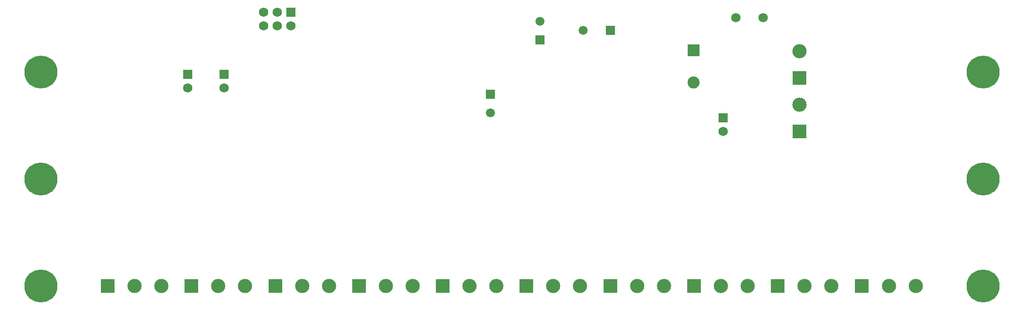
<source format=gbs>
G04 Layer_Color=16711935*
%FSLAX24Y24*%
%MOIN*%
G70*
G01*
G75*
%ADD98C,0.0887*%
%ADD99R,0.0887X0.0887*%
%ADD100C,0.0690*%
%ADD101R,0.0690X0.0690*%
%ADD102C,0.0660*%
%ADD103R,0.0660X0.0660*%
%ADD104R,0.0660X0.0660*%
%ADD105R,0.1044X0.1044*%
%ADD106C,0.1044*%
%ADD107R,0.0690X0.0690*%
%ADD108R,0.1044X0.1044*%
%ADD109C,0.2422*%
D98*
X60768Y39183D02*
D03*
D99*
Y41545D02*
D03*
D100*
X65876Y43957D02*
D03*
X63876D02*
D03*
X23652Y38793D02*
D03*
X26339Y38803D02*
D03*
X30240Y44370D02*
D03*
X31240Y43370D02*
D03*
X30240D02*
D03*
X29240Y44370D02*
D03*
Y43370D02*
D03*
X62943Y35585D02*
D03*
D101*
X23652Y39793D02*
D03*
X26339Y39803D02*
D03*
X62943Y36585D02*
D03*
D102*
X49498Y43691D02*
D03*
X52675Y43041D02*
D03*
X45856Y36949D02*
D03*
D103*
X49498Y42313D02*
D03*
X45856Y38327D02*
D03*
D104*
X54675Y43041D02*
D03*
D105*
X68543Y39528D02*
D03*
Y35591D02*
D03*
D106*
Y41496D02*
D03*
Y37559D02*
D03*
X19764Y24213D02*
D03*
X21732D02*
D03*
X50472D02*
D03*
X52441D02*
D03*
X25906D02*
D03*
X27874D02*
D03*
X56614D02*
D03*
X58583D02*
D03*
X32047D02*
D03*
X34016D02*
D03*
X62756D02*
D03*
X64724D02*
D03*
X38189D02*
D03*
X40157D02*
D03*
X68898Y24213D02*
D03*
X70866D02*
D03*
X44331Y24213D02*
D03*
X46299D02*
D03*
X75079Y24213D02*
D03*
X77047D02*
D03*
D107*
X31240Y44370D02*
D03*
D108*
X17795Y24213D02*
D03*
X48504D02*
D03*
X23937D02*
D03*
X54646D02*
D03*
X30079D02*
D03*
X60787D02*
D03*
X36220D02*
D03*
X66929Y24213D02*
D03*
X42362Y24213D02*
D03*
X73110Y24213D02*
D03*
D109*
X12894D02*
D03*
X81988D02*
D03*
X12894Y39961D02*
D03*
X81988D02*
D03*
X81988Y32087D02*
D03*
X12894D02*
D03*
M02*

</source>
